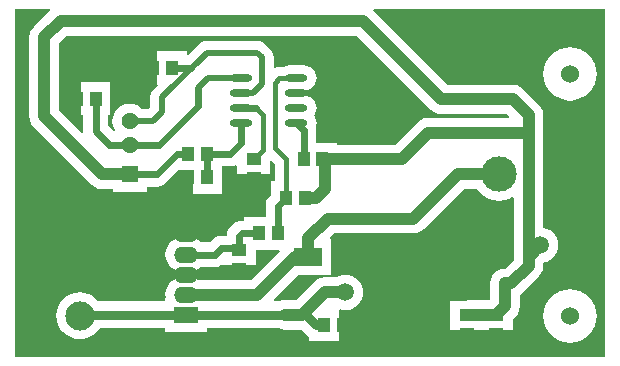
<source format=gtl>
G04*
G04 #@! TF.GenerationSoftware,Altium Limited,Altium Designer,18.0.9 (584)*
G04*
G04 Layer_Physical_Order=1*
G04 Layer_Color=255*
%FSLAX25Y25*%
%MOIN*%
G70*
G01*
G75*
%ADD10R,0.03937X0.05118*%
%ADD11R,0.05118X0.03937*%
%ADD12R,0.09173X0.06142*%
%ADD13O,0.07480X0.02362*%
%ADD14C,0.02362*%
%ADD15C,0.01968*%
%ADD16C,0.03937*%
%ADD17C,0.01575*%
%ADD18C,0.03150*%
%ADD19C,0.06000*%
%ADD20R,0.05622X0.05622*%
%ADD21C,0.05622*%
%ADD22C,0.13055*%
%ADD23O,0.07874X0.05512*%
%ADD24R,0.07874X0.05512*%
%ADD25C,0.05906*%
%ADD26R,0.09744X0.09744*%
%ADD27C,0.09744*%
%ADD28C,0.11811*%
G36*
X138722Y82435D02*
X139750Y81646D01*
X140948Y81150D01*
X142232Y80981D01*
X163968D01*
X164720Y80229D01*
X164529Y79767D01*
X137795D01*
X137795Y79767D01*
X136511Y79598D01*
X135313Y79102D01*
X134285Y78313D01*
X134285Y78313D01*
X126881Y70909D01*
X107480D01*
Y71457D01*
X100429D01*
Y75768D01*
X100314Y76641D01*
X100484Y77051D01*
X100626Y78130D01*
X100484Y79209D01*
X100068Y80215D01*
X99749Y80630D01*
X100068Y81045D01*
X100484Y82051D01*
X100626Y83130D01*
X100484Y84209D01*
X100068Y85215D01*
X99405Y86078D01*
X98541Y86741D01*
X97536Y87157D01*
X96457Y87299D01*
X91339D01*
X90763Y87224D01*
X90387Y87553D01*
Y88706D01*
X90763Y89036D01*
X91339Y88960D01*
X96457D01*
X97536Y89102D01*
X98541Y89519D01*
X99405Y90182D01*
X100068Y91045D01*
X100484Y92051D01*
X100626Y93130D01*
X100484Y94209D01*
X100068Y95215D01*
X99405Y96078D01*
X98541Y96741D01*
X97536Y97157D01*
X96457Y97299D01*
X91339D01*
X90259Y97157D01*
X89644Y96902D01*
X88209D01*
X87232Y96774D01*
X86754Y96576D01*
X86254Y96910D01*
Y100000D01*
X86119Y101028D01*
X85722Y101986D01*
X85091Y102808D01*
X85091Y102808D01*
X83517Y104383D01*
X82694Y105014D01*
X81736Y105411D01*
X80709Y105546D01*
X64173D01*
X63146Y105411D01*
X62188Y105014D01*
X61365Y104383D01*
X57784Y100801D01*
X57284Y101008D01*
Y101969D01*
X47441D01*
Y90945D01*
X47441D01*
X47583Y90601D01*
X46405Y89422D01*
X45774Y88600D01*
X45377Y87642D01*
X45242Y86614D01*
Y83535D01*
X44418Y82711D01*
X42564D01*
X42457Y82851D01*
X41253Y83775D01*
X39851Y84356D01*
X38346Y84554D01*
X36842Y84356D01*
X35440Y83775D01*
X34236Y82851D01*
X33312Y81647D01*
X32731Y80245D01*
X32533Y78740D01*
X32731Y77236D01*
X33291Y75883D01*
X33286Y75782D01*
X33062Y75338D01*
X32941Y75318D01*
X31138Y77121D01*
Y80709D01*
X31890D01*
Y91732D01*
X22047D01*
Y80709D01*
X22799D01*
Y75394D01*
X22846Y75039D01*
X22372Y74805D01*
X14806Y82371D01*
Y104637D01*
X17410Y107241D01*
X113916D01*
X138722Y82435D01*
D02*
G37*
G36*
X196850Y0D02*
X0D01*
Y116142D01*
X11660D01*
X11676Y116105D01*
X11772Y115642D01*
X6333Y110203D01*
X5544Y109175D01*
X5048Y107978D01*
X4879Y106693D01*
Y105512D01*
Y80315D01*
X5048Y79030D01*
X5544Y77833D01*
X6333Y76805D01*
X25624Y57514D01*
X25624Y57514D01*
X26652Y56725D01*
X27849Y56229D01*
X29134Y56060D01*
X29134Y56060D01*
X32583D01*
Y55260D01*
X44110D01*
Y56854D01*
X47244D01*
X48323Y56996D01*
X49329Y57413D01*
X50192Y58075D01*
X54519Y62402D01*
X59252D01*
Y54528D01*
X69095D01*
Y62402D01*
Y63744D01*
X71850D01*
X72930Y63886D01*
X73713Y64210D01*
X74213Y63927D01*
Y61221D01*
X85236D01*
Y65272D01*
X85698Y65463D01*
X86582Y64579D01*
Y58661D01*
X85433D01*
Y54125D01*
X84847Y53539D01*
X84184Y52675D01*
X83768Y51670D01*
X83626Y50591D01*
Y46850D01*
X76575D01*
Y45508D01*
X75787D01*
X74708Y45366D01*
X73703Y44949D01*
X72839Y44287D01*
X71855Y43303D01*
X71192Y42439D01*
X70776Y41434D01*
X70664Y40587D01*
X68898D01*
X67818Y40445D01*
X66813Y40028D01*
X65949Y39366D01*
X65005Y38421D01*
X62211D01*
X61147Y39239D01*
X59758Y39814D01*
X58268Y40010D01*
X55905D01*
X54415Y39814D01*
X53026Y39239D01*
X51834Y38323D01*
X50919Y37131D01*
X50344Y35742D01*
X50148Y34252D01*
X50344Y32762D01*
X50919Y31373D01*
X51834Y30180D01*
X53026Y29265D01*
X54415Y28690D01*
X55905Y28494D01*
X58268D01*
X59758Y28690D01*
X61147Y29265D01*
X62211Y30082D01*
X66732D01*
X67811Y30224D01*
X68817Y30641D01*
X69056Y30825D01*
X69291Y30709D01*
Y30709D01*
X80315D01*
Y35827D01*
X88193D01*
X88384Y35365D01*
X78850Y25830D01*
X61176D01*
X61147Y25853D01*
X59758Y26428D01*
X58268Y26624D01*
X55905D01*
X54415Y26428D01*
X53026Y25853D01*
X51834Y24938D01*
X50919Y23745D01*
X50344Y22356D01*
X50148Y20866D01*
X50267Y19962D01*
X50197Y19882D01*
X50197D01*
Y18740D01*
X27770D01*
X27213Y19418D01*
X26022Y20396D01*
X24663Y21122D01*
X23188Y21570D01*
X21654Y21721D01*
X20120Y21570D01*
X18645Y21122D01*
X17285Y20396D01*
X16094Y19418D01*
X15116Y18226D01*
X14389Y16867D01*
X13942Y15392D01*
X13791Y13858D01*
X13942Y12324D01*
X14389Y10849D01*
X15116Y9490D01*
X16094Y8298D01*
X17285Y7321D01*
X18645Y6594D01*
X20120Y6147D01*
X21654Y5996D01*
X23188Y6147D01*
X24663Y6594D01*
X26022Y7321D01*
X27213Y8298D01*
X28191Y9490D01*
X28253Y9607D01*
X50197D01*
Y8465D01*
X63976D01*
Y9607D01*
X88322D01*
X88873Y9379D01*
X90158Y9210D01*
X95553D01*
X97165Y7598D01*
X97165Y7598D01*
X98110Y6872D01*
X98228Y6823D01*
Y5315D01*
X108071D01*
Y15720D01*
X108473Y16017D01*
X109079Y15834D01*
X110236Y15720D01*
X111394Y15834D01*
X112507Y16171D01*
X113533Y16720D01*
X114432Y17458D01*
X115170Y18357D01*
X115719Y19383D01*
X116056Y20496D01*
X116170Y21654D01*
X116056Y22811D01*
X115719Y23924D01*
X115170Y24950D01*
X114432Y25850D01*
X113533Y26588D01*
X112507Y27136D01*
X111394Y27474D01*
X110236Y27588D01*
X109079Y27474D01*
X107965Y27136D01*
X106995Y26617D01*
X103347D01*
X103347Y26617D01*
X102062Y26448D01*
X100865Y25952D01*
X99837Y25163D01*
X99836Y25163D01*
X93810Y19137D01*
X90158D01*
X88873Y18968D01*
X88322Y18740D01*
X86452D01*
X86261Y19202D01*
X94500Y27441D01*
X105413D01*
Y39488D01*
X105232D01*
X105041Y39950D01*
X106387Y41296D01*
X132874D01*
X134159Y41465D01*
X135356Y41961D01*
X136384Y42750D01*
X149694Y56060D01*
X154032D01*
X155123Y54730D01*
X156472Y53623D01*
X158011Y52800D01*
X159681Y52293D01*
X161417Y52122D01*
X163154Y52293D01*
X164824Y52800D01*
X165867Y53358D01*
X166296Y53101D01*
Y32568D01*
X163285Y29557D01*
X162101Y29401D01*
X160904Y28905D01*
X159876Y28116D01*
X159087Y27088D01*
X158591Y25891D01*
X158422Y24606D01*
Y18985D01*
X158377Y18940D01*
X150591D01*
X150268Y18898D01*
X145079D01*
Y9055D01*
X150268D01*
X150591Y9013D01*
X160433D01*
X160756Y9055D01*
X165945D01*
Y12468D01*
X166896Y13419D01*
X166896Y13419D01*
X167684Y14447D01*
X168180Y15644D01*
X168350Y16929D01*
Y20701D01*
X168864Y21096D01*
X174770Y27002D01*
X175559Y28030D01*
X176054Y29227D01*
X176224Y30512D01*
Y31409D01*
X176415Y31600D01*
X177468Y31919D01*
X178494Y32468D01*
X179393Y33206D01*
X180131Y34105D01*
X180679Y35131D01*
X181017Y36244D01*
X181131Y37402D01*
X181017Y38559D01*
X180679Y39672D01*
X180131Y40698D01*
X179393Y41598D01*
X178494Y42336D01*
X177468Y42884D01*
X176355Y43222D01*
X176224Y43235D01*
Y80709D01*
X176054Y81993D01*
X175559Y83191D01*
X174770Y84219D01*
X174770Y84219D01*
X169534Y89455D01*
X168506Y90244D01*
X167308Y90740D01*
X166024Y90909D01*
X144288D01*
X119555Y115642D01*
X119658Y116142D01*
X196850D01*
Y0D01*
D02*
G37*
%LPC*%
G36*
X185039Y103389D02*
X183303Y103218D01*
X181633Y102712D01*
X180094Y101889D01*
X178745Y100782D01*
X177638Y99433D01*
X176816Y97895D01*
X176309Y96225D01*
X176138Y94488D01*
X176309Y92752D01*
X176816Y91082D01*
X177638Y89543D01*
X178745Y88194D01*
X180094Y87087D01*
X181633Y86265D01*
X183303Y85758D01*
X185039Y85587D01*
X186776Y85758D01*
X188446Y86265D01*
X189985Y87087D01*
X191333Y88194D01*
X192440Y89543D01*
X193263Y91082D01*
X193770Y92752D01*
X193940Y94488D01*
X193770Y96225D01*
X193263Y97895D01*
X192440Y99433D01*
X191333Y100782D01*
X189985Y101889D01*
X188446Y102712D01*
X186776Y103218D01*
X185039Y103389D01*
D02*
G37*
G36*
Y22681D02*
X183303Y22510D01*
X181633Y22003D01*
X180094Y21181D01*
X178745Y20074D01*
X177638Y18725D01*
X176816Y17186D01*
X176309Y15516D01*
X176138Y13780D01*
X176309Y12043D01*
X176816Y10373D01*
X177638Y8834D01*
X178745Y7485D01*
X180094Y6379D01*
X181633Y5556D01*
X183303Y5049D01*
X185039Y4878D01*
X186776Y5049D01*
X188446Y5556D01*
X189985Y6379D01*
X191333Y7485D01*
X192440Y8834D01*
X193263Y10373D01*
X193770Y12043D01*
X193940Y13780D01*
X193770Y15516D01*
X193263Y17186D01*
X192440Y18725D01*
X191333Y20074D01*
X189985Y21181D01*
X188446Y22003D01*
X186776Y22510D01*
X185039Y22681D01*
D02*
G37*
%LPD*%
D10*
X52362Y96457D02*
D03*
X46063D02*
D03*
X20669Y86221D02*
D03*
X26969D02*
D03*
X57874Y60039D02*
D03*
X64173D02*
D03*
X57874Y67913D02*
D03*
X64173D02*
D03*
X103150Y10827D02*
D03*
X109449D02*
D03*
X96260Y65945D02*
D03*
X102559D02*
D03*
X81496Y41339D02*
D03*
X87795D02*
D03*
X90354Y53150D02*
D03*
X96653D02*
D03*
D11*
X79724Y59842D02*
D03*
Y66142D02*
D03*
X160433Y13976D02*
D03*
Y7677D02*
D03*
X150591Y13976D02*
D03*
Y7677D02*
D03*
X74803Y29331D02*
D03*
Y35630D02*
D03*
D12*
X97874Y33465D02*
D03*
X114724D02*
D03*
D13*
X93898Y78130D02*
D03*
Y83130D02*
D03*
Y88130D02*
D03*
Y93130D02*
D03*
X75394Y78130D02*
D03*
Y83130D02*
D03*
Y88130D02*
D03*
Y93130D02*
D03*
D14*
X26969Y75394D02*
Y86221D01*
Y75394D02*
X31496Y70866D01*
X38346D01*
X52362Y96457D02*
X58661D01*
X61024Y83661D02*
Y89764D01*
X38346Y70866D02*
X48228D01*
X61024Y83661D01*
X93898Y78130D02*
X96260Y75768D01*
Y65945D02*
Y75768D01*
X87795Y50591D02*
X90354Y53150D01*
X87795Y41339D02*
Y50591D01*
X75394Y83130D02*
X80256D01*
X64173Y60039D02*
Y67913D01*
X71850D01*
X75394Y71457D01*
Y78130D01*
X38346Y61024D02*
X47244D01*
X54134Y67913D01*
X57874D01*
X57087Y34252D02*
X66732D01*
X68898Y36417D01*
X74016D01*
X74803Y35630D01*
Y40354D01*
X75787Y41339D01*
X81496D01*
X93504Y33465D02*
X97874D01*
D15*
X64173Y101575D02*
X80709D01*
X49213Y86614D02*
X64173Y101575D01*
X49213Y81890D02*
Y86614D01*
X61024Y89764D02*
X64390Y93130D01*
X75394D01*
X38346Y78740D02*
X46063D01*
X49213Y81890D01*
X80709Y101575D02*
X82284Y100000D01*
Y91142D02*
Y100000D01*
X79272Y88130D02*
X82284Y91142D01*
X75394Y88130D02*
X79272D01*
D16*
X171260Y33465D02*
X175197Y37402D01*
X175197D01*
X90158Y14173D02*
X95866D01*
X103347Y21654D01*
X110236D01*
X137795Y74803D02*
X171260D01*
X128937Y65945D02*
X137795Y74803D01*
X102559Y65945D02*
X128937D01*
X102559D02*
X103347Y65158D01*
X147638Y61024D02*
X161417D01*
X132874Y46260D02*
X147638Y61024D01*
X104331Y46260D02*
X132874D01*
X97874Y39803D02*
X104331Y46260D01*
X115972Y112205D02*
X142232Y85945D01*
X114567Y112205D02*
X115972D01*
X15354D02*
X114567D01*
X9843Y106693D02*
X15354Y112205D01*
X9843Y105512D02*
Y106693D01*
Y80315D02*
Y105512D01*
Y80315D02*
X29134Y61024D01*
X38346D01*
X96653Y53150D02*
X100394D01*
X103347Y56102D01*
Y65158D01*
X142232Y85945D02*
X166024D01*
X171260Y80709D01*
Y30512D02*
Y80709D01*
X165354Y24606D02*
X171260Y30512D01*
X163386Y24606D02*
X165354D01*
X150591Y13976D02*
X160433D01*
X163386Y16929D01*
Y24606D01*
X57087Y20866D02*
X80905D01*
X93504Y33465D01*
X97874D02*
Y39803D01*
D17*
X86614Y91535D02*
X88209Y93130D01*
X86614Y69882D02*
Y91535D01*
Y69882D02*
X90354Y66142D01*
X88209Y93130D02*
X93898D01*
X90354Y53150D02*
Y66142D01*
X79724Y66142D02*
X82677Y69095D01*
Y80709D01*
X80256Y83130D02*
X82677Y80709D01*
D18*
X96457Y14764D02*
X100394Y10827D01*
X101378D01*
X103150D01*
X57087Y14173D02*
X90158D01*
X21969D02*
X57087D01*
D19*
X185039Y94488D02*
D03*
Y13780D02*
D03*
D20*
X38346Y61024D02*
D03*
D21*
Y70866D02*
D03*
Y78740D02*
D03*
Y88583D02*
D03*
D22*
X27677Y48937D02*
D03*
Y100669D02*
D03*
D23*
X57087Y40945D02*
D03*
Y34252D02*
D03*
Y27559D02*
D03*
Y20866D02*
D03*
D24*
Y14173D02*
D03*
D25*
X175197Y37402D02*
D03*
X155512D02*
D03*
X110236Y21654D02*
D03*
X129921D02*
D03*
D26*
X21654Y29449D02*
D03*
D27*
Y13858D02*
D03*
D28*
X108661Y98819D02*
D03*
X161417Y61024D02*
D03*
M02*

</source>
